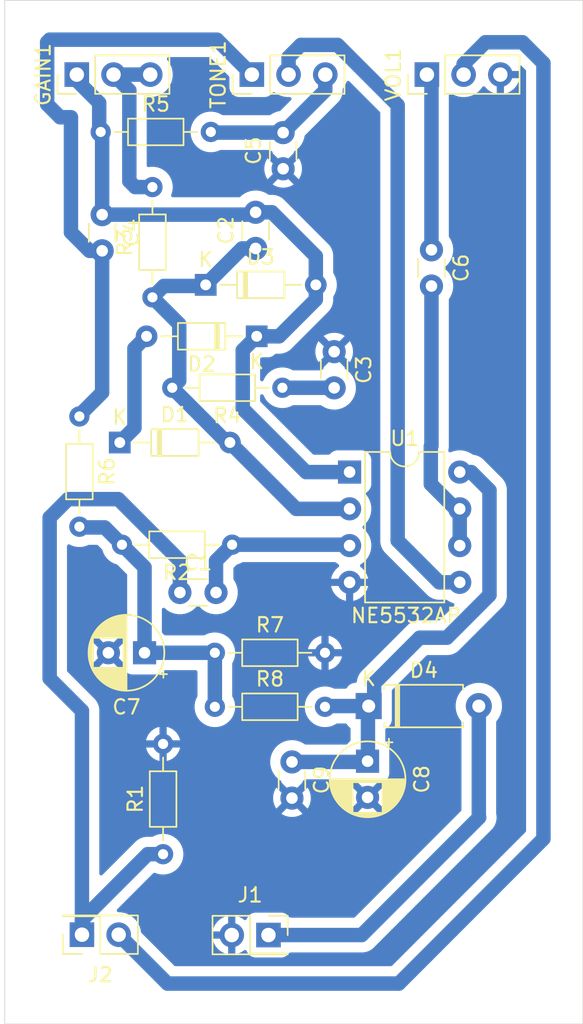
<source format=kicad_pcb>
(kicad_pcb (version 20241229) (generator "pcbnew") (generator_version "9.0")
  (layers (0 "F.Cu" signal) (2 "B.Cu" signal) (13 "F.Paste" user) (15 "B.Paste" user) (5 "F.SilkS" user "F.Silkscreen") (7 "B.SilkS" user "B.Silkscreen") (1 "F.Mask" user) (3 "B.Mask" user) (25 "Edge.Cuts" user))
  (net 0 "")
  (net 1 "Net-(U1A-+)")
  (net 2 "DIST IN")
  (net 3 "Net-(D2-K)")
  (net 4 "Net-(D1-A)")
  (net 5 "Net-(C3-Pad2)")
  (net 6 "GND")
  (net 7 "Net-(C4-Pad2)")
  (net 8 "Net-(C5-Pad2)")
  (net 9 "Net-(U1B--)")
  (net 10 "Net-(C6-Pad1)")
  (net 11 "+5VA")
  (net 12 "+9V")
  (net 13 "Net-(D1-K)")
  (net 14 "Net-(GAIN1-Pad2)")
  (net 15 "DIST OUT")
  (net 16 "Net-(U1B-+)")
  (net 17 "Net-(D4-A)")
  (footprint "Diode_THT:D_DO-34_SOD68_P7.62mm_Horizontal" (layer "F.Cu") (at 134.747 108.0262 180)
    (property "Reference" "D2" (at 3.81 -1.92 0) (layer "F.SilkS"))
    (property "Value" "4148")
    (fp_text user "K" (at 0 -1.75 0) (layer "F.SilkS"))
    (pad "1" thru_hole rect (at 0 0 180) (size 1.5 1.5) (drill 0.75) (layers "*.Cu" "*.Mask") (net 3 "Net-(D2-K)"))
    (pad "2" thru_hole oval (at 7.62 0 180) (size 1.5 1.5) (drill 0.75) (layers "*.Cu" "*.Mask") (net 13 "Net-(D1-K)"))
  )
  (footprint "Diode_THT:D_DO-34_SOD68_P7.62mm_Horizontal" (layer "F.Cu") (at 125.2728 115.3668)
    (property "Reference" "D1" (at 3.81 -1.92 0) (layer "F.SilkS"))
    (property "Value" "4148")
    (fp_text user "K" (at 0 -1.75 0) (layer "F.SilkS"))
    (pad "1" thru_hole rect (at 0 0) (size 1.5 1.5) (drill 0.75) (layers "*.Cu" "*.Mask") (net 13 "Net-(D1-K)"))
    (pad "2" thru_hole oval (at 7.62 0) (size 1.5 1.5) (drill 0.75) (layers "*.Cu" "*.Mask") (net 4 "Net-(D1-A)"))
  )
  (footprint "Capacitor_THT:CP_Radial_D5.0mm_P2.50mm" (layer "F.Cu") (at 142.4178 137.3886 -90)
    (property "Reference" "C8" (at 1.25 -3.75 90) (layer "F.SilkS"))
    (property "Value" "100uF")
    (pad "1" thru_hole rect (at 0 0 270) (size 1.6 1.6) (drill 0.8) (layers "*.Cu" "*.Mask") (net 12 "+9V"))
    (pad "2" thru_hole circle (at 2.5 0 270) (size 1.6 1.6) (drill 0.8) (layers "*.Cu" "*.Mask") (net 6 "GND"))
  )
  (footprint "Resistor_THT:R_Axial_DIN0204_L3.6mm_D1.6mm_P7.62mm_Horizontal" (layer "F.Cu") (at 128.27 143.8148 90)
    (property "Reference" "R1" (at 3.81 -1.92 90) (layer "F.SilkS"))
    (property "Value" "1M")
    (pad "1" thru_hole circle (at 0 0 90) (size 1.4 1.4) (drill 0.7) (layers "*.Cu" "*.Mask") (net 2 "DIST IN"))
    (pad "2" thru_hole oval (at 7.62 0 90) (size 1.4 1.4) (drill 0.7) (layers "*.Cu" "*.Mask") (net 6 "GND"))
  )
  (footprint "Capacitor_THT:C_Disc_D3.0mm_W1.6mm_P2.50mm" (layer "F.Cu") (at 134.6708 101.9556 90)
    (property "Reference" "C2" (at 1.25 -2.05 90) (layer "F.SilkS"))
    (property "Value" "100pF")
    (pad "1" thru_hole circle (at 0 0 90) (size 1.6 1.6) (drill 0.8) (layers "*.Cu" "*.Mask") (net 4 "Net-(D1-A)"))
    (pad "2" thru_hole circle (at 2.5 0 90) (size 1.6 1.6) (drill 0.8) (layers "*.Cu" "*.Mask") (net 3 "Net-(D2-K)"))
  )
  (footprint "Diode_THT:D_DO-34_SOD68_P7.62mm_Horizontal" (layer "F.Cu") (at 131.2164 104.4702)
    (property "Reference" "D3" (at 3.81 -1.92 0) (layer "F.SilkS"))
    (property "Value" "4148")
    (fp_text user "K" (at 0 -1.75 0) (layer "F.SilkS"))
    (pad "1" thru_hole rect (at 0 0) (size 1.5 1.5) (drill 0.75) (layers "*.Cu" "*.Mask") (net 4 "Net-(D1-A)"))
    (pad "2" thru_hole oval (at 7.62 0) (size 1.5 1.5) (drill 0.75) (layers "*.Cu" "*.Mask") (net 3 "Net-(D2-K)"))
  )
  (footprint "Connector_PinHeader_2.54mm:PinHeader_1x03_P2.54mm_Vertical" (layer "F.Cu") (at 134.4116 89.9414 90)
    (property "Reference" "TONE1" (at 0 -2.33 90) (layer "F.SilkS"))
    (property "Value" "B50k")
    (pad "1" thru_hole rect (at 0 0 90) (size 1.7 1.7) (drill 1) (layers "*.Cu" "*.Mask") (net 7 "Net-(C4-Pad2)"))
    (pad "2" thru_hole oval (at 0 2.54 90) (size 1.7 1.7) (drill 1) (layers "*.Cu" "*.Mask") (net 16 "Net-(U1B-+)"))
    (pad "3" thru_hole oval (at 0 5.08 90) (size 1.7 1.7) (drill 1) (layers "*.Cu" "*.Mask") (net 8 "Net-(C5-Pad2)"))
  )
  (footprint "Capacitor_THT:C_Disc_D3.0mm_W1.6mm_P2.50mm" (layer "F.Cu") (at 140.1064 109.0876 -90)
    (property "Reference" "C3" (at 1.25 -2.05 90) (layer "F.SilkS"))
    (property "Value" "1uF")
    (pad "1" thru_hole circle (at 0 0 270) (size 1.6 1.6) (drill 0.8) (layers "*.Cu" "*.Mask") (net 6 "GND"))
    (pad "2" thru_hole circle (at 2.5 0 270) (size 1.6 1.6) (drill 0.8) (layers "*.Cu" "*.Mask") (net 5 "Net-(C3-Pad2)"))
  )
  (footprint "Connector_PinHeader_2.54mm:PinHeader_1x03_P2.54mm_Vertical" (layer "F.Cu") (at 146.5222 89.9414 90)
    (property "Reference" "VOL1" (at 0 -2.33 90) (layer "F.SilkS"))
    (property "Value" "A10k")
    (pad "1" thru_hole rect (at 0 0 90) (size 1.7 1.7) (drill 1) (layers "*.Cu" "*.Mask") (net 10 "Net-(C6-Pad1)"))
    (pad "2" thru_hole oval (at 0 2.54 90) (size 1.7 1.7) (drill 1) (layers "*.Cu" "*.Mask") (net 15 "DIST OUT"))
    (pad "3" thru_hole oval (at 0 5.08 90) (size 1.7 1.7) (drill 1) (layers "*.Cu" "*.Mask") (net 6 "GND"))
  )
  (footprint "Resistor_THT:R_Axial_DIN0204_L3.6mm_D1.6mm_P7.62mm_Horizontal" (layer "F.Cu") (at 123.9536 93.9038)
    (property "Reference" "R5" (at 3.81 -1.92 0) (layer "F.SilkS"))
    (property "Value" "10k")
    (pad "1" thru_hole circle (at 0 0) (size 1.4 1.4) (drill 0.7) (layers "*.Cu" "*.Mask") (net 3 "Net-(D2-K)"))
    (pad "2" thru_hole oval (at 7.62 0) (size 1.4 1.4) (drill 0.7) (layers "*.Cu" "*.Mask") (net 8 "Net-(C5-Pad2)"))
  )
  (footprint "Capacitor_THT:C_Disc_D3.0mm_W1.6mm_P2.50mm" (layer "F.Cu") (at 124.0536 99.6188 -90)
    (property "Reference" "C4" (at 1.25 -2.05 90) (layer "F.SilkS"))
    (property "Value" "47nF")
    (pad "1" thru_hole circle (at 0 0 270) (size 1.6 1.6) (drill 0.8) (layers "*.Cu" "*.Mask") (net 3 "Net-(D2-K)"))
    (pad "2" thru_hole circle (at 2.5 0 270) (size 1.6 1.6) (drill 0.8) (layers "*.Cu" "*.Mask") (net 7 "Net-(C4-Pad2)"))
  )
  (footprint "Resistor_THT:R_Axial_DIN0204_L3.6mm_D1.6mm_P7.62mm_Horizontal" (layer "F.Cu") (at 127.5334 105.3338 90)
    (property "Reference" "R3" (at 3.81 -1.92 90) (layer "F.SilkS"))
    (property "Value" "10k")
    (pad "1" thru_hole circle (at 0 0 90) (size 1.4 1.4) (drill 0.7) (layers "*.Cu" "*.Mask") (net 4 "Net-(D1-A)"))
    (pad "2" thru_hole oval (at 7.62 0 90) (size 1.4 1.4) (drill 0.7) (layers "*.Cu" "*.Mask") (net 14 "Net-(GAIN1-Pad2)"))
  )
  (footprint "Connector_PinHeader_2.54mm:PinHeader_1x03_P2.54mm_Vertical" (layer "F.Cu") (at 122.301 89.9414 90)
    (property "Reference" "GAIN1" (at 0 -2.33 90) (layer "F.SilkS"))
    (property "Value" "A1M")
    (pad "1" thru_hole rect (at 0 0 90) (size 1.7 1.7) (drill 1) (layers "*.Cu" "*.Mask") (net 3 "Net-(D2-K)"))
    (pad "2" thru_hole oval (at 0 2.54 90) (size 1.7 1.7) (drill 1) (layers "*.Cu" "*.Mask") (net 14 "Net-(GAIN1-Pad2)"))
    (pad "3" thru_hole oval (at 0 5.08 90) (size 1.7 1.7) (drill 1) (layers "*.Cu" "*.Mask") (net 14 "Net-(GAIN1-Pad2)"))
  )
  (footprint "Connector_PinSocket_2.54mm:PinSocket_2x01_P2.54mm_Vertical" (layer "F.Cu") (at 122.6566 149.3774 180)
    (property "Reference" "J2" (at -1.27 -2.77 0) (layer "F.SilkS"))
    (property "Value" "Distortion I/O")
    (pad "1" thru_hole rect (at 0 0 180) (size 1.7 1.7) (drill 1) (layers "*.Cu" "*.Mask") (net 2 "DIST IN"))
    (pad "2" thru_hole oval (at -2.54 0 180) (size 1.7 1.7) (drill 1) (layers "*.Cu" "*.Mask") (net 15 "DIST OUT"))
  )
  (footprint "Diode_THT:D_A-405_P7.62mm_Horizontal" (layer "F.Cu") (at 142.494 133.5786)
    (property "Reference" "D4" (at 3.81 -2.47 0) (layer "F.SilkS"))
    (property "Value" "5817")
    (fp_text user "K" (at 0 -1.9 0) (layer "F.SilkS"))
    (pad "1" thru_hole rect (at 0 0) (size 1.8 1.8) (drill 0.9) (layers "*.Cu" "*.Mask") (net 12 "+9V"))
    (pad "2" thru_hole oval (at 7.62 0) (size 1.8 1.8) (drill 0.9) (layers "*.Cu" "*.Mask") (net 17 "Net-(D4-A)"))
  )
  (footprint "Resistor_THT:R_Axial_DIN0204_L3.6mm_D1.6mm_P7.62mm_Horizontal" (layer "F.Cu") (at 131.8514 129.8956)
    (property "Reference" "R7" (at 3.81 -1.92 0) (layer "F.SilkS"))
    (property "Value" "10k")
    (pad "1" thru_hole circle (at 0 0) (size 1.4 1.4) (drill 0.7) (layers "*.Cu" "*.Mask") (net 11 "+5VA"))
    (pad "2" thru_hole oval (at 7.62 0) (size 1.4 1.4) (drill 0.7) (layers "*.Cu" "*.Mask") (net 6 "GND"))
  )
  (footprint "Resistor_THT:R_Axial_DIN0204_L3.6mm_D1.6mm_P7.62mm_Horizontal" (layer "F.Cu") (at 133.0452 122.428 180)
    (property "Reference" "R2" (at 3.81 -1.92 0) (layer "F.SilkS"))
    (property "Value" "1M")
    (pad "1" thru_hole circle (at 0 0 180) (size 1.4 1.4) (drill 0.7) (layers "*.Cu" "*.Mask") (net 1 "Net-(U1A-+)"))
    (pad "2" thru_hole oval (at 7.62 0 180) (size 1.4 1.4) (drill 0.7) (layers "*.Cu" "*.Mask") (net 11 "+5VA"))
  )
  (footprint "Resistor_THT:R_Axial_DIN0204_L3.6mm_D1.6mm_P7.62mm_Horizontal" (layer "F.Cu") (at 131.8514 133.6294)
    (property "Reference" "R8" (at 3.81 -1.92 0) (layer "F.SilkS"))
    (property "Value" "10k")
    (pad "1" thru_hole circle (at 0 0) (size 1.4 1.4) (drill 0.7) (layers "*.Cu" "*.Mask") (net 11 "+5VA"))
    (pad "2" thru_hole oval (at 7.62 0) (size 1.4 1.4) (drill 0.7) (layers "*.Cu" "*.Mask") (net 12 "+9V"))
  )
  (footprint "Capacitor_THT:C_Disc_D3.0mm_W1.6mm_P2.50mm" (layer "F.Cu") (at 136.5758 96.4492 90)
    (property "Reference" "C5" (at 1.25 -2.05 90) (layer "F.SilkS"))
    (property "Value" "47nF")
    (pad "1" thru_hole circle (at 0 0 90) (size 1.6 1.6) (drill 0.8) (layers "*.Cu" "*.Mask") (net 6 "GND"))
    (pad "2" thru_hole circle (at 2.5 0 90) (size 1.6 1.6) (drill 0.8) (layers "*.Cu" "*.Mask") (net 8 "Net-(C5-Pad2)"))
  )
  (footprint "PCM_4ms_Package_DIP:DIP-8pin_TH" (layer "F.Cu") (at 141.1732 117.4088)
    (property "Reference" "U1" (at 3.82 -2.324 0) (layer "F.SilkS"))
    (property "Value" "NE5532AP" (at 3.91 9.916 0) (layer "F.SilkS"))
    (pad "1" thru_hole rect (at 0 0) (size 1.6 1.6) (drill 0.8) (layers "*.Cu" "*.Mask") (net 3 "Net-(D2-K)"))
    (pad "2" thru_hole oval (at 0 2.54) (size 1.6 1.6) (drill 0.8) (layers "*.Cu" "*.Mask") (net 4 "Net-(D1-A)"))
    (pad "3" thru_hole oval (at 0 5.08) (size 1.6 1.6) (drill 0.8) (layers "*.Cu" "*.Mask") (net 1 "Net-(U1A-+)"))
    (pad "4" thru_hole oval (at 0 7.62) (size 1.6 1.6) (drill 0.8) (layers "*.Cu" "*.Mask") (net 6 "GND"))
    (pad "5" thru_hole oval (at 7.62 7.62) (size 1.6 1.6) (drill 0.8) (layers "*.Cu" "*.Mask") (net 16 "Net-(U1B-+)"))
    (pad "6" thru_hole oval (at 7.62 5.08) (size 1.6 1.6) (drill 0.8) (layers "*.Cu" "*.Mask") (net 9 "Net-(U1B--)"))
    (pad "7" thru_hole oval (at 7.62 2.54) (size 1.6 1.6) (drill 0.8) (layers "*.Cu" "*.Mask") (net 9 "Net-(U1B--)"))
    (pad "8" thru_hole oval (at 7.62 0) (size 1.6 1.6) (drill 0.8) (layers "*.Cu" "*.Mask") (net 12 "+9V"))
  )
  (footprint "Capacitor_THT:CP_Radial_D5.0mm_P2.50mm" (layer "F.Cu") (at 126.985913 129.8956 180)
    (property "Reference" "C7" (at 1.25 -3.75 0) (layer "F.SilkS"))
    (property "Value" "47u")
    (pad "1" thru_hole rect (at 0 0 180) (size 1.6 1.6) (drill 0.8) (layers "*.Cu" "*.Mask") (net 11 "+5VA"))
    (pad "2" thru_hole circle (at 2.5 0 180) (size 1.6 1.6) (drill 0.8) (layers "*.Cu" "*.Mask") (net 6 "GND"))
  )
  (footprint "Capacitor_THT:C_Disc_D3.0mm_W1.6mm_P2.50mm" (layer "F.Cu") (at 146.8374 102.0518 -90)
    (property "Reference" "C6" (at 1.25 -2.05 90) (layer "F.SilkS"))
    (property "Value" "1uF")
    (pad "1" thru_hole circle (at 0 0 270) (size 1.6 1.6) (drill 0.8) (layers "*.Cu" "*.Mask") (net 10 "Net-(C6-Pad1)"))
    (pad "2" thru_hole circle (at 2.5 0 270) (size 1.6 1.6) (drill 0.8) (layers "*.Cu" "*.Mask") (net 9 "Net-(U1B--)"))
  )
  (footprint "Resistor_THT:R_Axial_DIN0204_L3.6mm_D1.6mm_P7.62mm_Horizontal" (layer "F.Cu") (at 136.525 111.5822 180)
    (property "Reference" "R4" (at 3.81 -1.92 0) (layer "F.SilkS"))
    (property "Value" "2k2")
    (pad "1" thru_hole circle (at 0 0 180) (size 1.4 1.4) (drill 0.7) (layers "*.Cu" "*.Mask") (net 5 "Net-(C3-Pad2)"))
    (pad "2" thru_hole oval (at 7.62 0 180) (size 1.4 1.4) (drill 0.7) (layers "*.Cu" "*.Mask") (net 4 "Net-(D1-A)"))
  )
  (footprint "Capacitor_THT:C_Disc_D3.0mm_W1.6mm_P2.50mm" (layer "F.Cu") (at 129.433 125.73)
    (property "Reference" "C1" (at 1.25 -2.05 0) (layer "F.SilkS"))
    (property "Value" "47nF")
    (pad "1" thru_hole circle (at 0 0) (size 1.6 1.6) (drill 0.8) (layers "*.Cu" "*.Mask") (net 2 "DIST IN"))
    (pad "2" thru_hole circle (at 2.5 0) (size 1.6 1.6) (drill 0.8) (layers "*.Cu" "*.Mask") (net 1 "Net-(U1A-+)"))
  )
  (footprint "Connector_PinSocket_2.54mm:PinSocket_2x01_P2.54mm_Vertical" (layer "F.Cu") (at 135.5598 149.4028)
    (property "Reference" "J1" (at -1.27 -2.77 0) (layer "F.SilkS"))
    (property "Value" "Power")
    (pad "1" thru_hole rect (at 0 0) (size 1.7 1.7) (drill 1) (layers "*.Cu" "*.Mask") (net 17 "Net-(D4-A)"))
    (pad "2" thru_hole oval (at -2.54 0) (size 1.7 1.7) (drill 1) (layers "*.Cu" "*.Mask") (net 6 "GND"))
  )
  (footprint "Capacitor_THT:C_Disc_D3.0mm_W1.6mm_P2.50mm" (layer "F.Cu") (at 137.1854 137.4394 -90)
    (property "Reference" "C9" (at 1.25 -2.05 90) (layer "F.SilkS"))
    (property "Value" ".1uF")
    (pad "1" thru_hole circle (at 0 0 270) (size 1.6 1.6) (drill 0.8) (layers "*.Cu" "*.Mask") (net 12 "+9V"))
    (pad "2" thru_hole circle (at 2.5 0 270) (size 1.6 1.6) (drill 0.8) (layers "*.Cu" "*.Mask") (net 6 "GND"))
  )
  (footprint "Resistor_THT:R_Axial_DIN0204_L3.6mm_D1.6mm_P7.62mm_Horizontal" (layer "F.Cu") (at 122.4788 113.5634 -90)
    (property "Reference" "R6" (at 3.81 -1.92 90) (layer "F.SilkS"))
    (property "Value" "10k")
    (pad "1" thru_hole circle (at 0 0 270) (size 1.4 1.4) (drill 0.7) (layers "*.Cu" "*.Mask") (net 7 "Net-(C4-Pad2)"))
    (pad "2" thru_hole oval (at 7.62 0 270) (size 1.4 1.4) (drill 0.7) (layers "*.Cu" "*.Mask") (net 11 "+5VA"))
  )
  (gr_rect (start 117.315643 84.8106) (end 157.315643 155.5472) (stroke (width 0.05)) (fill no) (layer "Edge.Cuts"))
  (segment (start 131.933 125.73) (end 131.933 123.5402) (width 1) (layer "B.Cu") (net 1))
  (segment (start 131.933 125.7862) (end 131.933 125.73) (width 1) (layer "B.Cu") (net 1))
  (segment (start 131.933 123.5402) (end 133.0452 122.428) (width 1) (layer "B.Cu") (net 1))
  (segment (start 141.1124 122.428) (end 141.1732 122.4888) (width 1) (layer "B.Cu") (net 1))
  (segment (start 133.0452 122.428) (end 141.1124 122.428) (width 1) (layer "B.Cu") (net 1))
  (segment (start 122.6566 148.3614) (end 122.6566 149.3774) (width 1) (layer "B.Cu") (net 2))
  (segment (start 120.4214 131.6736) (end 120.4214 120.55238) (width 1) (layer "B.Cu") (net 2))
  (segment (start 122.6566 149.3774) (end 122.6566 133.9088) (width 1) (layer "B.Cu") (net 2))
  (segment (start 127.2032 143.8148) (end 122.6566 148.3614) (width 1) (layer "B.Cu") (net 2))
  (segment (start 122.6566 149.3774) (end 122.7074 149.3774) (width 1) (layer "B.Cu") (net 2))
  (segment (start 129.433 123.5402) (end 129.433 125.73) (width 1) (layer "B.Cu") (net 2))
  (segment (start 128.27 143.8148) (end 127.2032 143.8148) (width 1) (layer "B.Cu") (net 2))
  (segment (start 125.1712 119.2784) (end 129.433 123.5402) (width 1) (layer "B.Cu") (net 2))
  (segment (start 122.6566 133.9088) (end 120.4214 131.6736) (width 1) (layer "B.Cu") (net 2))
  (segment (start 121.69538 119.2784) (end 125.1712 119.2784) (width 1) (layer "B.Cu") (net 2))
  (segment (start 129.667114 125.73) (end 129.433 125.73) (width 1) (layer "B.Cu") (net 2))
  (segment (start 120.4214 120.55238) (end 121.69538 119.2784) (width 1) (layer "B.Cu") (net 2))
  (segment (start 133.7818 108.9914) (end 133.7818 113.03) (width 1) (layer "B.Cu") (net 3))
  (segment (start 136.2964 108.0262) (end 134.747 108.0262) (width 1) (layer "B.Cu") (net 3))
  (segment (start 134.6708 99.4556) (end 134.5076 99.6188) (width 1) (layer "B.Cu") (net 3))
  (segment (start 138.8364 104.4702) (end 138.8364 105.4862) (width 1) (layer "B.Cu") (net 3))
  (segment (start 134.747 108.0262) (end 133.7818 108.9914) (width 1) (layer "B.Cu") (net 3))
  (segment (start 122.301 90.3478) (end 122.301 89.9414) (width 1) (layer "B.Cu") (net 3))
  (segment (start 134.5076 99.6188) (end 124.0536 99.6188) (width 1) (layer "B.Cu") (net 3))
  (segment (start 141.1478 117.3834) (end 141.1732 117.4088) (width 1) (layer "B.Cu") (net 3))
  (segment (start 133.7818 113.03) (end 138.1606 117.4088) (width 1) (layer "B.Cu") (net 3))
  (segment (start 123.8504 93.9038) (end 123.8504 91.8972) (width 1) (layer "B.Cu") (net 3))
  (segment (start 123.8504 91.8972) (end 122.301 90.3478) (width 1) (layer "B.Cu") (net 3))
  (segment (start 138.8364 105.4862) (end 136.2964 108.0262) (width 1) (layer "B.Cu") (net 3))
  (segment (start 138.8364 102.48983) (end 135.80217 99.4556) (width 1) (layer "B.Cu") (net 3))
  (segment (start 138.1606 117.4088) (end 141.1732 117.4088) (width 1) (layer "B.Cu") (net 3))
  (segment (start 124.0536 94.0038) (end 123.9536 93.9038) (width 1) (layer "B.Cu") (net 3))
  (segment (start 124.0536 99.6188) (end 124.0536 94.0038) (width 1) (layer "B.Cu") (net 3))
  (segment (start 138.8364 104.4702) (end 138.8364 102.48983) (width 1) (layer "B.Cu") (net 3))
  (segment (start 135.80217 99.4556) (end 134.6708 99.4556) (width 1) (layer "B.Cu") (net 3))
  (segment (start 134.6708 101.9556) (end 133.731 101.9556) (width 1) (layer "B.Cu") (net 4))
  (segment (start 131.1402 104.5464) (end 131.2164 104.4702) (width 1) (layer "B.Cu") (net 4))
  (segment (start 128.905 111.5822) (end 129.3876 111.0996) (width 1) (layer "B.Cu") (net 4))
  (segment (start 133.731 101.9556) (end 131.2164 104.4702) (width 1) (layer "B.Cu") (net 4))
  (segment (start 141.1732 119.9488) (end 137.4748 119.9488) (width 1) (layer "B.Cu") (net 4))
  (segment (start 132.8928 115.3668) (end 132.6896 115.3668) (width 1) (layer "B.Cu") (net 4))
  (segment (start 132.6896 115.3668) (end 128.905 111.5822) (width 1) (layer "B.Cu") (net 4))
  (segment (start 129.3876 107.188) (end 127.5334 105.3338) (width 1) (layer "B.Cu") (net 4))
  (segment (start 137.4748 119.9488) (end 132.8928 115.3668) (width 1) (layer "B.Cu") (net 4))
  (segment (start 129.3876 111.0996) (end 129.3876 107.188) (width 1) (layer "B.Cu") (net 4))
  (segment (start 128.3208 104.5464) (end 131.1402 104.5464) (width 1) (layer "B.Cu") (net 4))
  (segment (start 127.5334 105.3338) (end 128.3208 104.5464) (width 1) (layer "B.Cu") (net 4))
  (segment (start 140.101 111.5822) (end 140.1064 111.5876) (width 1) (layer "B.Cu") (net 5))
  (segment (start 136.525 111.5822) (end 140.101 111.5822) (width 1) (layer "B.Cu") (net 5))
  (segment (start 136.5758 111.5314) (end 136.525 111.5822) (width 1) (layer "B.Cu") (net 5))
  (segment (start 122.4788 113.5634) (end 122.4788 113.4872) (width 1) (layer "B.Cu") (net 7))
  (segment (start 124.0536 111.9124) (end 124.0536 102.1188) (width 1) (layer "B.Cu") (net 7))
  (segment (start 124.0536 102.1188) (end 123.1754 102.1188) (width 1) (layer "B.Cu") (net 7))
  (segment (start 131.9986 87.5284) (end 134.4116 89.9414) (width 1) (layer "B.Cu") (net 7))
  (segment (start 121.8946 100.838) (end 121.8946 92.8878) (width 1) (layer "B.Cu") (net 7))
  (segment (start 123.1754 102.1188) (end 121.8946 100.838) (width 1) (layer "B.Cu") (net 7))
  (segment (start 122.4788 113.4872) (end 124.0536 111.9124) (width 1) (layer "B.Cu") (net 7))
  (segment (start 121.8946 92.8878) (end 121.1454 92.8878) (width 1) (layer "B.Cu") (net 7))
  (segment (start 120.4214 87.5284) (end 131.9986 87.5284) (width 1) (layer "B.Cu") (net 7))
  (segment (start 120.25 91.9924) (end 120.25 87.6998) (width 1) (layer "B.Cu") (net 7))
  (segment (start 121.1454 92.8878) (end 120.25 91.9924) (width 1) (layer "B.Cu") (net 7))
  (segment (start 120.25 87.6998) (end 120.4214 87.5284) (width 1) (layer "B.Cu") (net 7))
  (segment (start 139.4916 89.9414) (end 139.4916 91.0334) (width 1) (layer "B.Cu") (net 8))
  (segment (start 131.619 93.9492) (end 131.5736 93.9038) (width 1) (layer "B.Cu") (net 8))
  (segment (start 139.4916 91.0334) (end 136.5758 93.9492) (width 1) (layer "B.Cu") (net 8))
  (segment (start 136.5304 93.9038) (end 136.5758 93.9492) (width 1) (layer "B.Cu") (net 8))
  (segment (start 136.5758 93.9492) (end 131.619 93.9492) (width 1) (layer "B.Cu") (net 8))
  (segment (start 148.7932 119.9488) (end 148.503358 119.9488) (width 1) (layer "B.Cu") (net 9))
  (segment (start 146.7922 118.237642) (end 146.7922 115.6406) (width 1) (layer "B.Cu") (net 9))
  (segment (start 146.8374 104.5518) (end 146.8374 115.5954) (width 1) (layer "B.Cu") (net 9))
  (segment (start 148.503358 119.9488) (end 146.7922 118.237642) (width 1) (layer "B.Cu") (net 9))
  (segment (start 148.7932 122.4888) (end 148.7932 119.9488) (width 1) (layer "B.Cu") (net 9))
  (segment (start 146.8374 115.5954) (end 146.7922 115.6406) (width 1) (layer "B.Cu") (net 9))
  (segment (start 146.8374 102.0518) (end 146.8374 90.2566) (width 1) (layer "B.Cu") (net 10))
  (segment (start 146.8374 90.2566) (end 146.5222 89.9414) (width 1) (layer "B.Cu") (net 10))
  (segment (start 126.985913 129.8956) (end 131.8514 129.8956) (width 1) (layer "B.Cu") (net 11))
  (segment (start 122.4788 121.1834) (end 122.5296 121.2342) (width 1) (layer "B.Cu") (net 11))
  (segment (start 126.985913 129.8956) (end 126.985913 123.988713) (width 1) (layer "B.Cu") (net 11))
  (segment (start 131.8514 133.6294) (end 131.8514 129.8956) (width 1) (layer "B.Cu") (net 11))
  (segment (start 126.985913 123.988713) (end 125.4252 122.428) (width 1) (layer "B.Cu") (net 11))
  (segment (start 122.5296 121.2342) (end 124.2314 121.2342) (width 1) (layer "B.Cu") (net 11))
  (segment (start 124.2314 121.2342) (end 125.4252 122.428) (width 1) (layer "B.Cu") (net 11))
  (segment (start 150.8506 125.9078) (end 147.9042 128.8542) (width 1) (layer "B.Cu") (net 12))
  (segment (start 150.8506 118.6688) (end 150.8506 125.9078) (width 1) (layer "B.Cu") (net 12))
  (segment (start 139.5222 133.5786) (end 139.4714 133.6294) (width 1) (layer "B.Cu") (net 12))
  (segment (start 142.4432 133.6294) (end 142.494 133.5786) (width 1) (layer "B.Cu") (net 12))
  (segment (start 142.4178 137.3886) (end 142.367 137.4394) (width 1) (layer "B.Cu") (net 12))
  (segment (start 142.4178 137.3886) (end 142.4432 137.3632) (width 1) (layer "B.Cu") (net 12))
  (segment (start 147.9042 128.8542) (end 146.0246 128.8542) (width 1) (layer "B.Cu") (net 12))
  (segment (start 142.367 137.4394) (end 137.1854 137.4394) (width 1) (layer "B.Cu") (net 12))
  (segment (start 142.494 133.5786) (end 139.5222 133.5786) (width 1) (layer "B.Cu") (net 12))
  (segment (start 142.4432 137.3632) (end 142.4432 133.6294) (width 1) (layer "B.Cu") (net 12))
  (segment (start 149.5906 117.4088) (end 150.8506 118.6688) (width 1) (layer "B.Cu") (net 12))
  (segment (start 142.875 132.0038) (end 142.875 133.5786) (width 1) (layer "B.Cu") (net 12))
  (segment (start 148.7932 117.4088) (end 149.5906 117.4088) (width 1) (layer "B.Cu") (net 12))
  (segment (start 146.0246 128.8542) (end 142.875 132.0038) (width 1) (layer "B.Cu") (net 12))
  (segment (start 125.2728 115.3668) (end 126.2888 114.3508) (width 1) (layer "B.Cu") (net 13))
  (segment (start 126.2888 108.8644) (end 127.127 108.0262) (width 1) (layer "B.Cu") (net 13))
  (segment (start 126.2888 114.3508) (end 126.2888 108.8644) (width 1) (layer "B.Cu") (net 13))
  (segment (start 125.9332 97.3074) (end 125.9332 91.0336) (width 1) (layer "B.Cu") (net 14))
  (segment (start 127.5334 97.7138) (end 126.3396 97.7138) (width 1) (layer "B.Cu") (net 14))
  (segment (start 125.9332 91.0336) (end 124.841 89.9414) (width 1) (layer "B.Cu") (net 14))
  (segment (start 124.841 89.9414) (end 127.381 89.9414) (width 1) (layer "B.Cu") (net 14))
  (segment (start 126.3396 97.7138) (end 125.9332 97.3074) (width 1) (layer "B.Cu") (net 14))
  (segment (start 149.0622 89.2152) (end 149.0622 89.9414) (width 1) (layer "B.Cu") (net 15))
  (segment (start 154.5844 142.748) (end 154.5844 89.154) (width 1) (layer "B.Cu") (net 15))
  (segment (start 153.1366 87.7062) (end 150.5712 87.7062) (width 1) (layer "B.Cu") (net 15))
  (segment (start 149.0622 90.2866) (end 149.0622 89.9414) (width 1) (layer "B.Cu") (net 15))
  (segment (start 150.5712 87.7062) (end 149.0622 89.2152) (width 1) (layer "B.Cu") (net 15))
  (segment (start 128.5748 152.7556) (end 144.5768 152.7556) (width 1) (layer "B.Cu") (net 15))
  (segment (start 154.5844 89.154) (end 153.1366 87.7062) (width 1) (layer "B.Cu") (net 15))
  (segment (start 125.1966 149.3774) (end 128.5748 152.7556) (width 1) (layer "B.Cu") (net 15))
  (segment (start 144.5768 152.7556) (end 154.5844 142.748) (width 1) (layer "B.Cu") (net 15))
  (segment (start 137.800519 87.8904) (end 136.9516 88.739319) (width 1) (layer "B.Cu") (net 16))
  (segment (start 144.5006 122.1486) (end 144.5006 92.049847) (width 1) (layer "B.Cu") (net 16))
  (segment (start 148.7932 125.0288) (end 147.3808 125.0288) (width 1) (layer "B.Cu") (net 16))
  (segment (start 140.341153 87.8904) (end 137.800519 87.8904) (width 1) (layer "B.Cu") (net 16))
  (segment (start 136.9516 88.739319) (end 136.9516 89.9414) (width 1) (layer "B.Cu") (net 16))
  (segment (start 144.5006 92.049847) (end 140.341153 87.8904) (width 1) (layer "B.Cu") (net 16))
  (segment (start 147.3808 125.0288) (end 144.5006 122.1486) (width 1) (layer "B.Cu") (net 16))
  (segment (start 150.1394 141.2748) (end 150.114 141.2494) (width 1) (layer "B.Cu") (net 17))
  (segment (start 135.5852 149.3774) (end 135.5598 149.4028) (width 1) (layer "B.Cu") (net 17))
  (segment (start 150.114 141.2494) (end 150.114 133.5786) (width 1) (layer "B.Cu") (net 17))
  (segment (start 142.0114 149.4028) (end 150.1394 141.2748) (width 1) (layer "B.Cu") (net 17))
  (segment (start 135.5598 149.4028) (end 142.0114 149.4028) (width 1) (layer "B.Cu") (net 17))
  (zone (net 6) (net_name "GND") (layer "B.Cu") (connect_pads (clearance 0.7)) (min_thickness 0.25) (fill yes (thermal_gap 0.5) (thermal_bridge_width 0.5))
    (polygon (pts (xy 118.694441 86.1822) (xy 155.957106 86.0298) (xy 155.829 153.8478) (xy 118.666387 154.187233)))
  )
)
</source>
